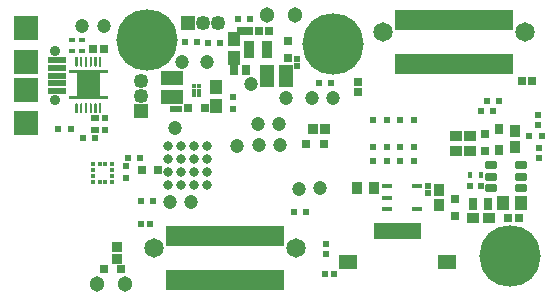
<source format=gts>
G04*
G04 #@! TF.GenerationSoftware,Altium Limited,Altium Designer,24.6.1 (21)*
G04*
G04 Layer_Color=8388736*
%FSLAX44Y44*%
%MOMM*%
G71*
G04*
G04 #@! TF.SameCoordinates,340E5364-9303-4016-BB23-8A8C63BE460F*
G04*
G04*
G04 #@! TF.FilePolarity,Negative*
G04*
G01*
G75*
%ADD20R,0.3250X0.3000*%
%ADD21R,0.3000X0.3250*%
%ADD22R,0.7000X0.8000*%
%ADD23R,0.4750X0.5000*%
%ADD24R,0.4682X0.4725*%
%ADD26R,0.5725X0.6153*%
%ADD28R,0.7000X0.7000*%
%ADD29R,0.7000X0.7000*%
%ADD30R,1.0621X1.2578*%
%ADD31R,0.5000X0.6000*%
%ADD35R,0.6000X0.5000*%
%ADD40R,0.6000X0.6000*%
%ADD41R,0.8000X0.9000*%
%ADD42R,0.9121X1.1311*%
%ADD43R,0.6000X0.5000*%
%ADD45R,0.4000X0.6000*%
%ADD46R,0.5000X0.5000*%
%ADD49R,0.7154X0.6725*%
%ADD50R,1.1311X0.9121*%
%ADD59R,0.6000X0.4000*%
%ADD60R,0.7596X0.7621*%
%ADD62R,0.5000X0.5000*%
%ADD65R,0.8961X0.4572*%
%ADD68C,1.9000*%
%ADD69C,1.2032*%
%ADD70R,0.8032X0.7532*%
%ADD71R,0.7032X0.6532*%
%ADD72R,0.8632X0.5132*%
%ADD73R,0.7532X0.8532*%
%ADD74R,1.1432X1.9332*%
%ADD75R,0.5032X0.5532*%
%ADD76R,0.5032X1.7032*%
%ADD77R,1.0532X0.9032*%
G04:AMPARAMS|DCode=78|XSize=0.7532mm|YSize=1.0032mm|CornerRadius=0.1511mm|HoleSize=0mm|Usage=FLASHONLY|Rotation=270.000|XOffset=0mm|YOffset=0mm|HoleType=Round|Shape=RoundedRectangle|*
%AMROUNDEDRECTD78*
21,1,0.7532,0.7010,0,0,270.0*
21,1,0.4510,1.0032,0,0,270.0*
1,1,0.3022,-0.3505,-0.2255*
1,1,0.3022,-0.3505,0.2255*
1,1,0.3022,0.3505,0.2255*
1,1,0.3022,0.3505,-0.2255*
%
%ADD78ROUNDEDRECTD78*%
%ADD79R,1.0032X1.2032*%
%ADD80R,0.8032X1.0032*%
%ADD81R,0.5032X1.4032*%
%ADD82R,1.6032X1.2032*%
%ADD83C,0.4332*%
%ADD84R,1.9332X1.1432*%
%ADD85R,0.5532X0.5032*%
%ADD86R,1.5532X0.6032*%
%ADD87R,2.1032X2.0032*%
%ADD88R,2.1032X2.1032*%
%ADD89C,0.1800*%
%ADD90C,1.7550*%
%ADD91R,0.7232X0.5232*%
%ADD92R,0.8532X0.8532*%
%ADD93R,0.8532X0.8532*%
%ADD94R,0.7532X0.8032*%
%ADD95R,0.9032X1.1032*%
%ADD96C,1.3032*%
%ADD97C,0.6200*%
%ADD98C,1.2532*%
%ADD99R,1.2532X1.2532*%
%ADD100C,1.6532*%
%ADD101R,1.2532X1.2532*%
%ADD102C,0.9032*%
%ADD103C,5.2032*%
%ADD104C,0.8232*%
%ADD105C,0.6000*%
G36*
X58566Y161598D02*
X58848Y161317D01*
X59000Y160949D01*
Y160750D01*
Y153250D01*
X57000D01*
Y160750D01*
Y160949D01*
X57152Y161317D01*
X57434Y161598D01*
X57801Y161750D01*
X58199D01*
X58566Y161598D01*
D02*
G37*
G36*
X62566D02*
X62848Y161317D01*
X63000Y160949D01*
Y160750D01*
Y153250D01*
X61000D01*
X61000Y160750D01*
Y160949D01*
X61152Y161317D01*
X61434Y161598D01*
X61801Y161750D01*
X62199D01*
X62566Y161598D01*
D02*
G37*
G36*
X66566D02*
X66848Y161317D01*
X67000Y160949D01*
Y160750D01*
Y153250D01*
X65000D01*
Y160750D01*
Y160949D01*
X65152Y161317D01*
X65434Y161598D01*
X65801Y161750D01*
X66199D01*
X66566Y161598D01*
D02*
G37*
G36*
X70566D02*
X70848Y161317D01*
X71000Y160949D01*
Y160750D01*
Y153250D01*
X69000D01*
Y160750D01*
Y160949D01*
X69152Y161317D01*
X69433Y161598D01*
X69801Y161750D01*
X70199D01*
X70566Y161598D01*
D02*
G37*
G36*
X74566D02*
X74848Y161317D01*
X75000Y160949D01*
Y160750D01*
X75000D01*
Y153250D01*
X73000D01*
Y160750D01*
Y160949D01*
X73152Y161317D01*
X73433Y161598D01*
X73801Y161750D01*
X74199D01*
X74566Y161598D01*
D02*
G37*
G36*
X78566D02*
X78848Y161317D01*
X79000Y160949D01*
Y160750D01*
Y153250D01*
X77000D01*
Y160750D01*
Y160949D01*
X77152Y161317D01*
X77434Y161598D01*
X77801Y161750D01*
X78199D01*
X78566Y161598D01*
D02*
G37*
G36*
X79000Y193750D02*
Y193551D01*
X78848Y193183D01*
X78566Y192902D01*
X78199Y192750D01*
X77801D01*
X77434Y192902D01*
X77152Y193183D01*
X77000Y193551D01*
Y193750D01*
Y201250D01*
X79000D01*
Y193750D01*
D02*
G37*
G36*
X75000D02*
Y193551D01*
X74848Y193183D01*
X74566Y192902D01*
X74199Y192750D01*
X73801D01*
X73433Y192902D01*
X73152Y193183D01*
X73000Y193551D01*
Y193750D01*
Y201250D01*
X75000D01*
X75000Y193750D01*
D02*
G37*
G36*
X71000D02*
Y193551D01*
X70848Y193183D01*
X70566Y192902D01*
X70199Y192750D01*
X69801D01*
X69433Y192902D01*
X69152Y193183D01*
X69000Y193551D01*
Y193750D01*
Y201250D01*
X71000D01*
Y193750D01*
D02*
G37*
G36*
X67000D02*
Y193551D01*
X66848Y193183D01*
X66566Y192902D01*
X66199Y192750D01*
X65801D01*
X65434Y192902D01*
X65152Y193183D01*
X65000Y193551D01*
Y193750D01*
Y201250D01*
X67000D01*
Y193750D01*
D02*
G37*
G36*
X63000D02*
Y193551D01*
X62848Y193183D01*
X62566Y192902D01*
X62199Y192750D01*
X61801D01*
X61434Y192902D01*
X61152Y193183D01*
X61000Y193551D01*
Y193750D01*
X61000D01*
Y201250D01*
X63000D01*
Y193750D01*
D02*
G37*
G36*
X59000D02*
Y193551D01*
X58848Y193183D01*
X58566Y192902D01*
X58199Y192750D01*
X57801D01*
X57434Y192902D01*
X57152Y193183D01*
X57000Y193551D01*
Y193750D01*
Y201250D01*
X59000D01*
Y193750D01*
D02*
G37*
G36*
X84500Y187000D02*
X77750D01*
Y167500D01*
X84500D01*
Y165000D01*
X51500D01*
Y167500D01*
X58250D01*
Y187000D01*
X51500D01*
Y189500D01*
X84500D01*
Y187000D01*
D02*
G37*
D20*
X87625Y110375D02*
D03*
Y105375D02*
D03*
Y100375D02*
D03*
X72375D02*
D03*
X87625Y95375D02*
D03*
X72375D02*
D03*
Y105375D02*
D03*
Y110375D02*
D03*
D21*
X82500Y110500D02*
D03*
X77500D02*
D03*
X82500Y95250D02*
D03*
X77500D02*
D03*
D22*
X81000Y21000D02*
D03*
X96000D02*
D03*
X267500Y127500D02*
D03*
X252500D02*
D03*
D23*
X194875Y233000D02*
D03*
X205125D02*
D03*
X53000Y140000D02*
D03*
X42750D02*
D03*
X73500Y132250D02*
D03*
X63250D02*
D03*
D24*
X120543Y59500D02*
D03*
X112500D02*
D03*
X276021Y17500D02*
D03*
X267978D02*
D03*
D26*
X449750Y123786D02*
D03*
Y115214D02*
D03*
X448500Y151536D02*
D03*
Y142964D02*
D03*
X269500Y42286D02*
D03*
Y33714D02*
D03*
D28*
X166500Y157500D02*
D03*
X152500D02*
D03*
X113250Y105500D02*
D03*
X127250D02*
D03*
D29*
X236750Y214250D02*
D03*
Y200250D02*
D03*
X403750Y135500D02*
D03*
Y121500D02*
D03*
X378750Y80250D02*
D03*
Y66250D02*
D03*
D30*
X175750Y159528D02*
D03*
Y175572D02*
D03*
X191300Y216433D02*
D03*
Y200389D02*
D03*
D31*
X160000Y213250D02*
D03*
X150000D02*
D03*
X179750Y212500D02*
D03*
X169750D02*
D03*
X252500Y69250D02*
D03*
X242500D02*
D03*
X123000Y78750D02*
D03*
X113000D02*
D03*
X273250Y178500D02*
D03*
X263250D02*
D03*
D35*
X190750Y167000D02*
D03*
Y157000D02*
D03*
D40*
X415750Y164000D02*
D03*
X405250D02*
D03*
X410750Y155500D02*
D03*
X400250D02*
D03*
D41*
X416000Y139500D02*
D03*
Y122500D02*
D03*
D42*
X429250Y137810D02*
D03*
Y125000D02*
D03*
X364500Y88250D02*
D03*
Y75440D02*
D03*
D43*
X451750Y134250D02*
D03*
X440750D02*
D03*
D45*
X400250Y101000D02*
D03*
X391250D02*
D03*
D46*
X400750Y91500D02*
D03*
X390750D02*
D03*
X111500Y115750D02*
D03*
X101500D02*
D03*
D49*
X432500Y64500D02*
D03*
X422929D02*
D03*
D50*
X406905Y64750D02*
D03*
X394095D02*
D03*
D59*
X54000Y215250D02*
D03*
Y206250D02*
D03*
X62750Y215000D02*
D03*
Y206000D02*
D03*
D60*
X81512Y207250D02*
D03*
X71988D02*
D03*
D62*
X82250Y149000D02*
D03*
Y139000D02*
D03*
X99500Y108750D02*
D03*
Y98750D02*
D03*
D65*
X346500Y91250D02*
D03*
Y72250D02*
D03*
X320521D02*
D03*
Y81750D02*
D03*
Y91250D02*
D03*
D68*
X284500Y212000D02*
G03*
X284500Y212000I-9500J0D01*
G01*
X127000Y215250D02*
G03*
X127000Y215250I-9500J0D01*
G01*
X434500Y32000D02*
G03*
X434500Y32000I-9500J0D01*
G01*
D69*
X155250Y78500D02*
D03*
X137500D02*
D03*
X275500Y166000D02*
D03*
X257750Y166250D02*
D03*
X168750Y196250D02*
D03*
X147500Y196750D02*
D03*
X211500Y144250D02*
D03*
X229500Y144000D02*
D03*
X264500Y89750D02*
D03*
X246750Y89250D02*
D03*
X205750Y178000D02*
D03*
X235750Y166000D02*
D03*
X230000Y126250D02*
D03*
X212250D02*
D03*
X193750Y125750D02*
D03*
X141500Y140750D02*
D03*
X81250Y227000D02*
D03*
X62750D02*
D03*
D70*
X212750Y222750D02*
D03*
X221250D02*
D03*
X443500Y180250D02*
D03*
X435000D02*
D03*
D71*
X204250Y222750D02*
D03*
X197250D02*
D03*
D72*
X219150Y207250D02*
D03*
Y212250D02*
D03*
Y202250D02*
D03*
X204450Y212250D02*
D03*
Y207250D02*
D03*
Y202250D02*
D03*
D73*
X201750Y190250D02*
D03*
X191750D02*
D03*
D74*
X235100Y185000D02*
D03*
X219000D02*
D03*
D75*
X244750Y198750D02*
D03*
Y193250D02*
D03*
X355250Y86000D02*
D03*
Y91500D02*
D03*
D76*
X420000Y232000D02*
D03*
X425000D02*
D03*
X405000D02*
D03*
X415000D02*
D03*
X410000D02*
D03*
X380000D02*
D03*
X385000D02*
D03*
X370000D02*
D03*
X375000D02*
D03*
X395000D02*
D03*
X400000D02*
D03*
X390000D02*
D03*
X420000Y195000D02*
D03*
X425000D02*
D03*
X415000D02*
D03*
X405000D02*
D03*
X410000D02*
D03*
X380000D02*
D03*
X385000D02*
D03*
X370000D02*
D03*
X375000D02*
D03*
X395000D02*
D03*
X400000D02*
D03*
X390000D02*
D03*
X360000Y232000D02*
D03*
X365000D02*
D03*
X345000D02*
D03*
X350000D02*
D03*
X355000D02*
D03*
X335000D02*
D03*
X340000D02*
D03*
X330000D02*
D03*
X355000Y195000D02*
D03*
X360000D02*
D03*
X345000D02*
D03*
X350000D02*
D03*
X365000D02*
D03*
X335000D02*
D03*
X330000D02*
D03*
X340000D02*
D03*
X226000Y49000D02*
D03*
X231000D02*
D03*
X211000D02*
D03*
X221000D02*
D03*
X216000D02*
D03*
X186000D02*
D03*
X191000D02*
D03*
X176000D02*
D03*
X181000D02*
D03*
X201000D02*
D03*
X206000D02*
D03*
X196000D02*
D03*
X226000Y12000D02*
D03*
X231000D02*
D03*
X221000D02*
D03*
X211000D02*
D03*
X216000D02*
D03*
X186000D02*
D03*
X191000D02*
D03*
X176000D02*
D03*
X181000D02*
D03*
X201000D02*
D03*
X206000D02*
D03*
X196000D02*
D03*
X166000Y49000D02*
D03*
X171000D02*
D03*
X151000D02*
D03*
X156000D02*
D03*
X161000D02*
D03*
X141000D02*
D03*
X146000D02*
D03*
X136000D02*
D03*
X161000Y12000D02*
D03*
X166000D02*
D03*
X151000D02*
D03*
X156000D02*
D03*
X171000D02*
D03*
X141000D02*
D03*
X136000D02*
D03*
X146000D02*
D03*
D77*
X379000Y133750D02*
D03*
Y121250D02*
D03*
X391250Y133750D02*
D03*
Y121250D02*
D03*
D78*
X434250Y99500D02*
D03*
Y109000D02*
D03*
Y90000D02*
D03*
X408750Y99500D02*
D03*
Y109000D02*
D03*
Y90000D02*
D03*
D79*
X434500Y77000D02*
D03*
X419500D02*
D03*
D80*
X406750Y76000D02*
D03*
X393750D02*
D03*
D81*
X337000Y53500D02*
D03*
X347000D02*
D03*
X327000D02*
D03*
X322000D02*
D03*
X332000D02*
D03*
X342000D02*
D03*
X317000D02*
D03*
X312000D02*
D03*
D82*
X371500Y27000D02*
D03*
X288000D02*
D03*
D83*
X161500Y172250D02*
D03*
Y176250D02*
D03*
Y168250D02*
D03*
X157500Y176250D02*
D03*
Y172250D02*
D03*
Y168250D02*
D03*
D84*
X138750Y183250D02*
D03*
Y167150D02*
D03*
D85*
X145000Y156500D02*
D03*
X139500D02*
D03*
D86*
X41750Y198000D02*
D03*
Y191500D02*
D03*
Y178500D02*
D03*
Y185000D02*
D03*
Y172000D02*
D03*
D87*
X15000Y225000D02*
D03*
Y145000D02*
D03*
D88*
Y197000D02*
D03*
Y173000D02*
D03*
D89*
X78000Y197105D02*
D03*
X70000D02*
D03*
X74000D02*
D03*
X66000Y197000D02*
D03*
X78000Y157500D02*
D03*
X74000D02*
D03*
X70000D02*
D03*
X66000Y157395D02*
D03*
X62000Y197000D02*
D03*
X58000D02*
D03*
X62000Y157395D02*
D03*
X58000D02*
D03*
D90*
X68000Y177250D02*
D03*
D91*
X73250Y149000D02*
D03*
Y139000D02*
D03*
D92*
X92500Y40000D02*
D03*
Y30000D02*
D03*
D93*
X268500Y139750D02*
D03*
X258500D02*
D03*
D94*
X296500Y171250D02*
D03*
Y179750D02*
D03*
D95*
X295500Y89750D02*
D03*
X309500D02*
D03*
D96*
X243250Y236500D02*
D03*
X219250D02*
D03*
X75000Y8500D02*
D03*
X99000D02*
D03*
D97*
X343800Y147800D02*
D03*
X320600Y113000D02*
D03*
X309000D02*
D03*
X320600Y124600D02*
D03*
X309000D02*
D03*
Y147800D02*
D03*
X343800Y113000D02*
D03*
X320600Y147800D02*
D03*
X343800Y124600D02*
D03*
X332200D02*
D03*
Y113000D02*
D03*
Y147800D02*
D03*
D98*
X177950Y229750D02*
D03*
X165250D02*
D03*
X112250Y180150D02*
D03*
Y167450D02*
D03*
D99*
X152550Y229750D02*
D03*
D100*
X437500Y222000D02*
D03*
X317500D02*
D03*
X243500Y39000D02*
D03*
X123500D02*
D03*
D101*
X112250Y154750D02*
D03*
D102*
X39500Y205750D02*
D03*
Y164250D02*
D03*
D103*
X275000Y212000D02*
D03*
X117500Y215250D02*
D03*
X425000Y32000D02*
D03*
D104*
X168250Y125750D02*
D03*
X157250D02*
D03*
X168250Y114750D02*
D03*
X157250D02*
D03*
X168250Y92750D02*
D03*
Y103750D02*
D03*
X157250D02*
D03*
Y92750D02*
D03*
X146250Y114750D02*
D03*
Y125750D02*
D03*
X135250D02*
D03*
Y114750D02*
D03*
X146250Y92750D02*
D03*
Y103750D02*
D03*
X135250Y92750D02*
D03*
Y103750D02*
D03*
D105*
X73000Y186250D02*
D03*
Y177250D02*
D03*
Y168250D02*
D03*
X63000Y186250D02*
D03*
Y177250D02*
D03*
Y168250D02*
D03*
M02*

</source>
